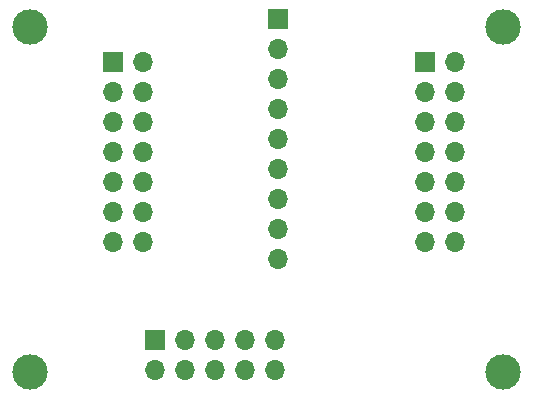
<source format=gts>
%TF.GenerationSoftware,KiCad,Pcbnew,(6.0.8)*%
%TF.CreationDate,2022-10-22T10:51:26-05:00*%
%TF.ProjectId,jtag_sniff_pcb,6a746167-5f73-46e6-9966-665f7063622e,rev?*%
%TF.SameCoordinates,Original*%
%TF.FileFunction,Soldermask,Top*%
%TF.FilePolarity,Negative*%
%FSLAX46Y46*%
G04 Gerber Fmt 4.6, Leading zero omitted, Abs format (unit mm)*
G04 Created by KiCad (PCBNEW (6.0.8)) date 2022-10-22 10:51:26*
%MOMM*%
%LPD*%
G01*
G04 APERTURE LIST*
%ADD10R,1.700000X1.700000*%
%ADD11O,1.700000X1.700000*%
%ADD12C,3.000000*%
G04 APERTURE END LIST*
D10*
%TO.C,J3*%
X133350000Y-69860000D03*
D11*
X133350000Y-72400000D03*
X133350000Y-74940000D03*
X133350000Y-77480000D03*
X133350000Y-80020000D03*
X133350000Y-82560000D03*
X133350000Y-85100000D03*
X133350000Y-87640000D03*
X133350000Y-90180000D03*
%TD*%
D12*
%TO.C,H3*%
X112395000Y-70485000D03*
%TD*%
D10*
%TO.C,J1*%
X122936000Y-97028000D03*
D11*
X122936000Y-99568000D03*
X125476000Y-97028000D03*
X125476000Y-99568000D03*
X128016000Y-97028000D03*
X128016000Y-99568000D03*
X130556000Y-97028000D03*
X130556000Y-99568000D03*
X133096000Y-97028000D03*
X133096000Y-99568000D03*
%TD*%
D12*
%TO.C,H4*%
X152400000Y-70485000D03*
%TD*%
D10*
%TO.C,J2*%
X145816000Y-73462000D03*
D11*
X145816000Y-76002000D03*
X145816000Y-78542000D03*
X145816000Y-81082000D03*
X145816000Y-83622000D03*
X145816000Y-86162000D03*
X145816000Y-88702000D03*
X148356000Y-73462000D03*
X148356000Y-76002000D03*
X148356000Y-78542000D03*
X148356000Y-81082000D03*
X148356000Y-83622000D03*
X148356000Y-86162000D03*
X148356000Y-88702000D03*
%TD*%
D12*
%TO.C,H2*%
X152400000Y-99695000D03*
%TD*%
%TO.C,H1*%
X112395000Y-99695000D03*
%TD*%
D10*
%TO.C,J4*%
X119378000Y-73462000D03*
D11*
X119378000Y-76002000D03*
X119378000Y-78542000D03*
X119378000Y-81082000D03*
X119378000Y-83622000D03*
X119378000Y-86162000D03*
X119378000Y-88702000D03*
X121918000Y-73462000D03*
X121918000Y-76002000D03*
X121918000Y-78542000D03*
X121918000Y-81082000D03*
X121918000Y-83622000D03*
X121918000Y-86162000D03*
X121918000Y-88702000D03*
%TD*%
M02*

</source>
